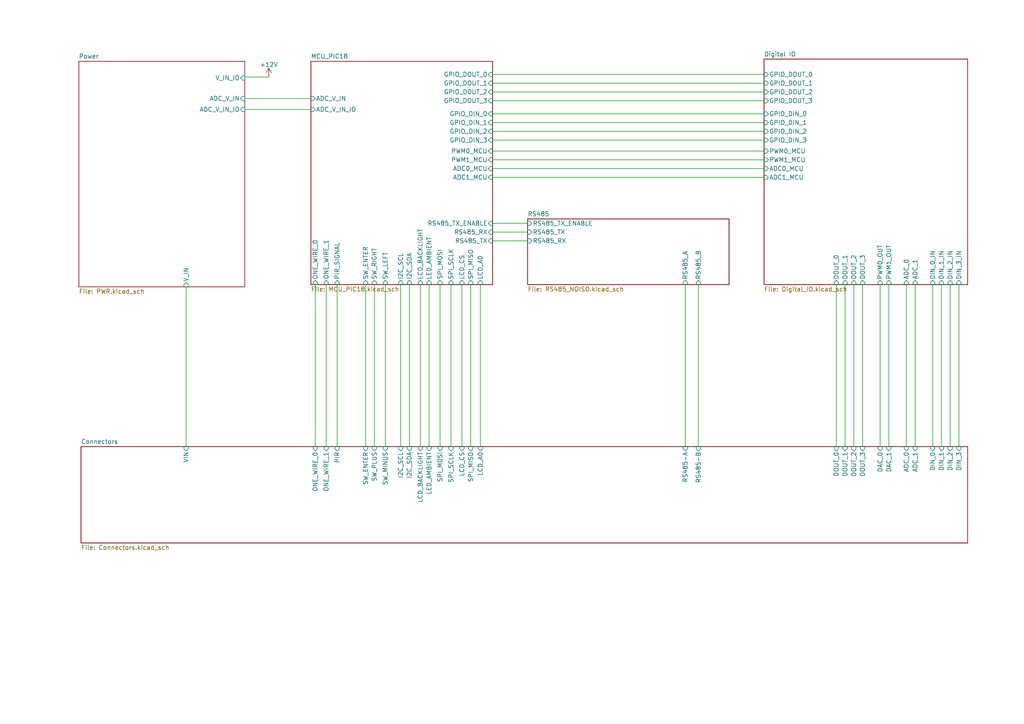
<source format=kicad_sch>
(kicad_sch (version 20231120) (generator "eeschema") (generator_version "8.0")
  (paper "A4")
  (lib_symbols
    (symbol "power:+12V" (power) (pin_names (offset 0))
      (property "Value" "+12V" (at 0 3.556 0))
      (symbol "+12V_0_1"
        (polyline (pts (xy -0.762 1.27) (xy 0 2.54)))
        (polyline (pts (xy 0 0) (xy 0 2.54)))
        (polyline (pts (xy 0 2.54) (xy 0.762 1.27)))
      )
      (symbol "+12V_1_1"
        (pin power_in line (at 0 0 90) (length 0) hide (name "+12V") (number "1"))
      )
    )
  )
  (wire (pts (xy 262.89 82.55) (xy 262.89 129.54)))
  (wire (pts (xy 136.525 82.55) (xy 136.525 129.54)))
  (wire (pts (xy 133.985 82.55) (xy 133.985 129.54)))
  (wire (pts (xy 142.875 26.67) (xy 221.615 26.67)))
  (wire (pts (xy 106.045 82.55) (xy 106.045 129.54)))
  (wire (pts (xy 142.875 69.85) (xy 153.035 69.85)))
  (wire (pts (xy 70.993 31.75) (xy 90.17 31.75)))
  (wire (pts (xy 142.875 40.64) (xy 221.615 40.64)))
  (wire (pts (xy 142.875 43.815) (xy 221.615 43.815)))
  (wire (pts (xy 116.205 82.55) (xy 116.205 129.54)))
  (wire (pts (xy 142.875 33.02) (xy 221.615 33.02)))
  (wire (pts (xy 265.43 82.55) (xy 265.43 129.54)))
  (wire (pts (xy 202.565 82.55) (xy 202.565 129.54)))
  (wire (pts (xy 97.79 82.55) (xy 97.79 129.54)))
  (wire (pts (xy 273.05 82.55) (xy 273.05 129.54)))
  (wire (pts (xy 121.92 82.55) (xy 121.92 129.54)))
  (wire (pts (xy 70.993 28.575) (xy 90.17 28.575)))
  (wire (pts (xy 257.81 82.55) (xy 257.81 129.54)))
  (wire (pts (xy 255.27 82.55) (xy 255.27 129.54)))
  (wire (pts (xy 275.59 82.55) (xy 275.59 129.54)))
  (wire (pts (xy 94.615 82.55) (xy 94.615 129.54)))
  (wire (pts (xy 142.875 21.59) (xy 221.615 21.59)))
  (wire (pts (xy 142.875 35.56) (xy 221.615 35.56)))
  (wire (pts (xy 142.875 24.13) (xy 221.615 24.13)))
  (wire (pts (xy 130.81 82.55) (xy 130.81 129.54)))
  (wire (pts (xy 124.46 82.55) (xy 124.46 129.54)))
  (wire (pts (xy 250.19 82.55) (xy 250.19 129.54)))
  (wire (pts (xy 142.875 29.21) (xy 221.615 29.21)))
  (wire (pts (xy 142.875 67.31) (xy 153.035 67.31)))
  (wire (pts (xy 142.875 38.1) (xy 221.615 38.1)))
  (wire (pts (xy 111.76 82.55) (xy 111.76 129.54)))
  (wire (pts (xy 142.875 64.77) (xy 153.035 64.77)))
  (wire (pts (xy 77.978 22.352) (xy 70.993 22.352)))
  (wire (pts (xy 108.585 82.55) (xy 108.585 129.54)))
  (wire (pts (xy 242.57 82.55) (xy 242.57 129.54)))
  (wire (pts (xy 139.319 82.55) (xy 139.319 129.54)))
  (wire (pts (xy 53.975 83.185) (xy 53.975 129.54)))
  (wire (pts (xy 70.993 22.352) (xy 70.993 22.606)))
  (wire (pts (xy 118.745 82.55) (xy 118.745 129.54)))
  (wire (pts (xy 142.875 48.895) (xy 221.615 48.895)))
  (wire (pts (xy 245.11 82.55) (xy 245.11 129.54)))
  (wire (pts (xy 198.755 82.55) (xy 198.755 129.54)))
  (wire (pts (xy 270.51 82.55) (xy 270.51 129.54)))
  (wire (pts (xy 247.65 82.55) (xy 247.65 129.54)))
  (wire (pts (xy 142.875 46.355) (xy 221.615 46.355)))
  (wire (pts (xy 278.13 129.54) (xy 278.13 82.55)))
  (wire (pts (xy 127.635 82.55) (xy 127.635 129.54)))
  (wire (pts (xy 142.875 51.435) (xy 221.615 51.435)))
  (wire (pts (xy 91.44 82.55) (xy 91.44 129.54)))
  (symbol (lib_id "power:+12V") (at 77.978 22.352 0) (unit 1)
    (property "Reference" "#PWR01" (effects (hide yes)))
    (property "Value" "+12V" (at 77.978 18.7762 0))
  )
  (sheet (at 153.035 63.5) (size 58.42 19.05) (stroke (width 0.1524))
    (property "Sheetname" "RS485" (at 153.035 62.7884 0) (effects (justify left bottom)))
    (property "Sheetfile" "RS485_NOISO.kicad_sch" (at 153.035 83.1346 0) (effects (justify left top)))
    (pin "RS485_B" input (at 202.565 82.55 270))
    (pin "RS485_A" input (at 198.755 82.55 270))
    (pin "RS485_TX_ENABLE" input (at 153.035 64.77 180))
    (pin "RS485_RX" input (at 153.035 69.85 180))
    (pin "RS485_TX" input (at 153.035 67.31 180))
  )
  (sheet (at 221.615 17.145) (size 59.055 65.405) (stroke (width 0.1524))
    (property "Sheetname" "Digital IO" (at 221.615 16.4334 0) (effects (justify left bottom)))
    (property "Sheetfile" "Digital_IO.kicad_sch" (at 221.615 83.1346 0) (effects (justify left top)))
    (pin "GPIO_DOUT_1" input (at 221.615 24.13 180))
    (pin "GPIO_DOUT_3" input (at 221.615 29.21 180))
    (pin "GPIO_DOUT_2" input (at 221.615 26.67 180))
    (pin "GPIO_DOUT_0" input (at 221.615 21.59 180))
    (pin "ADC0_MCU" input (at 221.615 48.895 180))
    (pin "DOUT_1" input (at 245.11 82.55 270))
    (pin "DOUT_0" input (at 242.57 82.55 270))
    (pin "DOUT_2" input (at 247.65 82.55 270))
    (pin "DOUT_3" input (at 250.19 82.55 270))
    (pin "ADC_0" input (at 262.89 82.55 270))
    (pin "GPIO_DIN_3" input (at 221.615 40.64 180))
    (pin "GPIO_DIN_1" input (at 221.615 35.56 180))
    (pin "GPIO_DIN_2" input (at 221.615 38.1 180))
    (pin "GPIO_DIN_0" input (at 221.615 33.02 180))
    (pin "PWM0_OUT" input (at 255.27 82.55 270))
    (pin "PWM0_MCU" input (at 221.615 43.815 180))
    (pin "PWM1_OUT" input (at 257.81 82.55 270))
    (pin "PWM1_MCU" input (at 221.615 46.355 180))
    (pin "DIN_2_IN" input (at 275.59 82.55 270))
    (pin "DIN_0_IN" input (at 270.51 82.55 270))
    (pin "DIN_1_IN" input (at 273.05 82.55 270))
    (pin "DIN_3_IN" input (at 278.13 82.55 270))
    (pin "ADC1_MCU" input (at 221.615 51.435 180))
    (pin "ADC_1" input (at 265.43 82.55 270))
  )
  (sheet (at 90.17 17.78) (size 52.705 64.77) (stroke (width 0.1524))
    (property "Sheetname" "MCU_PIC18" (at 90.17 17.0684 0) (effects (justify left bottom)))
    (property "Sheetfile" "MCU_PIC18.kicad_sch" (at 90.17 83.1346 0) (effects (justify left top)))
    (pin "SW_LEFT" input (at 111.76 82.55 270))
    (pin "GPIO_DIN_3" input (at 142.875 40.64 0))
    (pin "PIR_SIGNAL" input (at 97.79 82.55 270))
    (pin "LED_AMBIENT" input (at 124.46 82.55 270))
    (pin "RS485_TX_ENABLE" input (at 142.875 64.77 0))
    (pin "RS485_TX" input (at 142.875 69.85 0))
    (pin "GPIO_DOUT_2" input (at 142.875 26.67 0))
    (pin "GPIO_DOUT_1" input (at 142.875 24.13 0))
    (pin "GPIO_DOUT_0" input (at 142.875 21.59 0))
    (pin "I2C_SDA" input (at 118.745 82.55 270))
    (pin "I2C_SCL" input (at 116.205 82.55 270))
    (pin "SPI_MOSI" input (at 127.635 82.55 270))
    (pin "LCD_BACKLIGHT" input (at 121.92 82.55 270))
    (pin "SPI_SCLK" input (at 130.81 82.55 270))
    (pin "LCD_CS" input (at 133.985 82.55 270))
    (pin "RS485_RX" input (at 142.875 67.31 0))
    (pin "SPI_MISO" input (at 136.525 82.55 270))
    (pin "GPIO_DOUT_3" input (at 142.875 29.21 0))
    (pin "SW_RIGHT" input (at 108.585 82.55 270))
    (pin "ADC_V_IN" input (at 90.17 28.575 180))
    (pin "GPIO_DIN_1" input (at 142.875 35.56 0))
    (pin "SW_ENTER" input (at 106.045 82.55 270))
    (pin "GPIO_DIN_2" input (at 142.875 38.1 0))
    (pin "GPIO_DIN_0" input (at 142.875 33.02 0))
    (pin "ONE_WIRE_0" input (at 91.44 82.55 270))
    (pin "ONE_WIRE_1" input (at 94.615 82.55 270))
    (pin "ADC_V_IN_IO" input (at 90.17 31.75 180))
    (pin "PWM0_MCU" input (at 142.875 43.815 0))
    (pin "PWM1_MCU" input (at 142.875 46.355 0))
    (pin "ADC0_MCU" input (at 142.875 48.895 0))
    (pin "ADC1_MCU" input (at 142.875 51.435 0))
    (pin "LCD_A0" input (at 139.319 82.55 270))
  )
  (sheet (at 23.495 129.54) (size 257.175 27.94) (stroke (width 0.1524))
    (property "Sheetname" "Connectors" (at 23.495 128.8284 0) (effects (justify left bottom)))
    (property "Sheetfile" "Connectors.kicad_sch" (at 23.495 158.0646 0) (effects (justify left top)))
    (pin "VIN" input (at 53.975 129.54 90))
    (pin "ONE_WIRE_0" input (at 91.44 129.54 90))
    (pin "RS485-A" input (at 198.755 129.54 90))
    (pin "RS485-B" input (at 202.565 129.54 90))
    (pin "PIR" input (at 97.79 129.54 90))
    (pin "LCD_BACKLIGHT" input (at 121.92 129.54 90))
    (pin "I2C_SDA" input (at 118.745 129.54 90))
    (pin "I2C_SCL" input (at 116.205 129.54 90))
    (pin "SW_MINUS" input (at 111.76 129.54 90))
    (pin "SW_ENTER" input (at 106.045 129.54 90))
    (pin "SW_PLUS" input (at 108.585 129.54 90))
    (pin "ONE_WIRE_1" input (at 94.615 129.54 90))
    (pin "DOUT_1" input (at 245.11 129.54 90))
    (pin "DOUT_2" input (at 247.65 129.54 90))
    (pin "DOUT_3" input (at 250.19 129.54 90))
    (pin "DAC_0" input (at 255.27 129.54 90))
    (pin "ADC_0" input (at 262.89 129.54 90))
    (pin "ADC_1" input (at 265.43 129.54 90))
    (pin "DAC_1" input (at 257.81 129.54 90))
    (pin "DOUT_0" input (at 242.57 129.54 90))
    (pin "DIN_3" input (at 278.13 129.54 90))
    (pin "DIN_2" input (at 275.59 129.54 90))
    (pin "DIN_1" input (at 273.05 129.54 90))
    (pin "DIN_0" input (at 270.51 129.54 90))
    (pin "SPI_MISO" input (at 136.525 129.54 90))
    (pin "LCD_CS" input (at 133.985 129.54 90))
    (pin "SPI_SCLK" input (at 130.81 129.54 90))
    (pin "SPI_MOSI" input (at 127.635 129.54 90))
    (pin "LED_AMBIENT" input (at 124.46 129.54 90))
    (pin "LCD_A0" input (at 139.319 129.54 90))
  )
  (sheet (at 22.86 17.78) (size 48.133 65.405) (stroke (width 0.1524))
    (property "Sheetname" "Power" (at 22.86 17.0684 0) (effects (justify left bottom)))
    (property "Sheetfile" "PWR.kicad_sch" (at 22.86 83.7696 0) (effects (justify left top)))
    (pin "ADC_V_IN" input (at 70.993 28.575 0))
    (pin "V_IN" input (at 53.975 83.185 270))
    (pin "V_IN_IO" input (at 70.993 22.606 0))
    (pin "ADC_V_IN_IO" input (at 70.993 31.75 0))
  )
)
</source>
